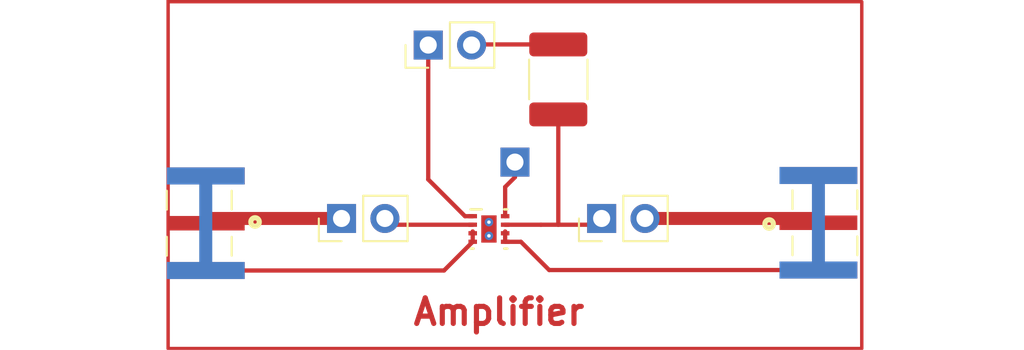
<source format=kicad_pcb>
(kicad_pcb (version 20221018) (generator pcbnew)
  (layers (0 "F.Cu" signal) (31 "B.Cu" signal) (34 "B.Paste" user) (35 "F.Paste" user) (36 "B.SilkS" user "B.Silkscreen") (37 "F.SilkS" user "F.Silkscreen") (38 "B.Mask" user) (39 "F.Mask" user) (44 "Edge.Cuts" user))
  (net 0 "")
  (footprint "SMA connectors:TAOGLAS_EMPCB.SMAFSTJ.B.HT" (layer "F.Cu") (at 42.845001 48.538 -90)
    (fp_text reference "REF**" hide)
    (fp_text value "TAOGLAS_EMPCB.SMAFSTJ.B.HT" hide)
    (fp_line (start -1.9 -1.52) (end -0.8 -1.52) (stroke (width 0.127)) (layer "F.SilkS"))
    (fp_line (start -1.9 2.28) (end -0.8 2.28) (stroke (width 0.127)) (layer "F.SilkS"))
    (fp_line (start 0.8 -1.52) (end 1.9 -1.52) (stroke (width 0.127)) (layer "F.SilkS"))
    (fp_line (start 0.8 2.28) (end 1.9 2.28) (stroke (width 0.127)) (layer "F.SilkS"))
    (fp_circle (center -0.073 -2.888) (end 0.027 -2.888) (stroke (width 0.3)) (fill none) (layer "F.SilkS"))
    (pad "1" smd rect (at 0 0 270) (size 0.85 4.56) (layers "F.Cu" "F.Paste" "F.Mask"))
    (pad "SH1" smd rect (at -2.77 0 270) (size 1 4.56) (layers "F.Cu" "F.Paste" "F.Mask"))
    (pad "SH2" smd rect (at 2.77 0 270) (size 1 4.56) (layers "F.Cu" "F.Paste" "F.Mask"))
    (pad "SH3" smd rect (at -2.77 0 270) (size 1 4.56) (layers "B.Cu" "B.Paste" "B.Mask"))
    (pad "SH4" smd rect (at 2.77 0 270) (size 1 4.56) (layers "B.Cu" "B.Paste" "B.Mask"))
  )
  (footprint "" (layer "F.Cu") (at 60.96 44.958)
    (fp_text reference "" (at 0 0) (layer "F.SilkS") (effects (font (size 1.27 1.27))))
    (fp_text value "" (at 0 0) (layer "F.SilkS") (effects (font (size 1.27 1.27))))
    (pad "1" thru_hole rect (at 0 0 90) (size 1.7 1.7) (drill 1) (layers "*.Cu" "*.Mask"))
  )
  (footprint "Connector_PinHeader_2.54mm:PinHeader_1x02_P2.54mm_Vertical" (layer "F.Cu") (at 50.8 48.26 90)
    (fp_text reference "REF**" hide)
    (fp_text value "PinHeader_1x02_P2.54mm_Vertical" hide)
    (fp_line (start -1.33 -1.33) (end 0 -1.33) (stroke (width 0.12)) (layer "F.SilkS"))
    (fp_line (start -1.33 0) (end -1.33 -1.33) (stroke (width 0.12)) (layer "F.SilkS"))
    (fp_line (start -1.33 1.27) (end -1.33 3.87) (stroke (width 0.12)) (layer "F.SilkS"))
    (fp_line (start -1.33 1.27) (end 1.33 1.27) (stroke (width 0.12)) (layer "F.SilkS"))
    (fp_line (start -1.33 3.87) (end 1.33 3.87) (stroke (width 0.12)) (layer "F.SilkS"))
    (fp_line (start 1.33 1.27) (end 1.33 3.87) (stroke (width 0.12)) (layer "F.SilkS"))
    (pad "1" thru_hole rect (at 0 0 90) (size 1.7 1.7) (drill 1) (layers "*.Cu" "*.Mask"))
    (pad "2" thru_hole oval (at 0 2.54 90) (size 1.7 1.7) (drill 1) (layers "*.Cu" "*.Mask"))
  )
  (footprint "Capacitor_SMD:C_1812_4532Metric" (layer "F.Cu") (at 63.5 40.114 90)
    (fp_text reference "REF**" hide)
    (fp_text value "C_1812_4532Metric" hide)
    (fp_line (start -1.161252 -1.71) (end 1.161252 -1.71) (stroke (width 0.12)) (layer "F.SilkS"))
    (fp_line (start -1.161252 1.71) (end 1.161252 1.71) (stroke (width 0.12)) (layer "F.SilkS"))
    (pad "1" smd roundrect (at -2.05 0 90) (size 1.4 3.4) (layers "F.Cu" "F.Paste" "F.Mask") (roundrect_rratio 0.1785707143))
    (pad "2" smd roundrect (at 2.05 0 90) (size 1.4 3.4) (layers "F.Cu" "F.Paste" "F.Mask") (roundrect_rratio 0.1785707143))
  )
  (footprint "Connector_PinHeader_2.54mm:PinHeader_1x02_P2.54mm_Vertical" (layer "F.Cu") (at 55.88 38.1 90)
    (fp_text reference "REF**" hide)
    (fp_text value "PinHeader_1x02_P2.54mm_Vertical" hide)
    (fp_line (start -1.33 -1.33) (end 0 -1.33) (stroke (width 0.12)) (layer "F.SilkS"))
    (fp_line (start -1.33 0) (end -1.33 -1.33) (stroke (width 0.12)) (layer "F.SilkS"))
    (fp_line (start -1.33 1.27) (end -1.33 3.87) (stroke (width 0.12)) (layer "F.SilkS"))
    (fp_line (start -1.33 1.27) (end 1.33 1.27) (stroke (width 0.12)) (layer "F.SilkS"))
    (fp_line (start -1.33 3.87) (end 1.33 3.87) (stroke (width 0.12)) (layer "F.SilkS"))
    (fp_line (start 1.33 1.27) (end 1.33 3.87) (stroke (width 0.12)) (layer "F.SilkS"))
    (pad "1" thru_hole rect (at 0 0 90) (size 1.7 1.7) (drill 1) (layers "*.Cu" "*.Mask"))
    (pad "2" thru_hole oval (at 0 2.54 90) (size 1.7 1.7) (drill 1) (layers "*.Cu" "*.Mask"))
  )
  (footprint "SMA connectors:TAOGLAS_EMPCB.SMAFSTJ.B.HT" (layer "F.Cu") (at 78.74 48.51125 90)
    (fp_text reference "REF**" hide)
    (fp_text value "TAOGLAS_EMPCB.SMAFSTJ.B.HT" hide)
    (fp_line (start -1.9 -1.52) (end -0.8 -1.52) (stroke (width 0.127)) (layer "F.SilkS"))
    (fp_line (start -1.9 2.28) (end -0.8 2.28) (stroke (width 0.127)) (layer "F.SilkS"))
    (fp_line (start 0.8 -1.52) (end 1.9 -1.52) (stroke (width 0.127)) (layer "F.SilkS"))
    (fp_line (start 0.8 2.28) (end 1.9 2.28) (stroke (width 0.127)) (layer "F.SilkS"))
    (fp_circle (center -0.073 -2.888) (end 0.027 -2.888) (stroke (width 0.3)) (fill none) (layer "F.SilkS"))
    (pad "1" smd rect (at 0 0 90) (size 0.85 4.56) (layers "F.Cu" "F.Paste" "F.Mask"))
    (pad "SH1" smd rect (at -2.77 0 90) (size 1 4.56) (layers "F.Cu" "F.Paste" "F.Mask"))
    (pad "SH2" smd rect (at 2.77 0 90) (size 1 4.56) (layers "F.Cu" "F.Paste" "F.Mask"))
    (pad "SH3" smd rect (at -2.77 0 90) (size 1 4.56) (layers "B.Cu" "B.Paste" "B.Mask"))
    (pad "SH4" smd rect (at 2.77 0 90) (size 1 4.56) (layers "B.Cu" "B.Paste" "B.Mask"))
  )
  (footprint "Amplifier:TRF37A73IDSGR" (layer "F.Cu") (at 59.436 48.876001)
    (fp_text reference "REF**" hide)
    (fp_text value "DSG0008A" hide)
    (fp_line (start -1.074999 -1.15) (end -0.425 -1.15) (stroke (width 0.1524)) (layer "F.SilkS"))
    (fp_line (start -1.074999 1.15) (end -0.900001 1.15) (stroke (width 0.1524)) (layer "F.SilkS"))
    (fp_line (start 0.900001 -1.15) (end 1.074999 -1.15) (stroke (width 0.1524)) (layer "F.SilkS"))
    (fp_line (start 0.900001 1.15) (end 1.074999 1.15) (stroke (width 0.1524)) (layer "F.SilkS"))
    (pad "1" smd rect (at -0.950001 -0.750001 90) (size 0.249999 0.499999) (layers "F.Cu" "F.Paste" "F.Mask"))
    (pad "2" smd rect (at -0.950001 -0.250002 90) (size 0.249999 0.499999) (layers "F.Cu" "F.Paste" "F.Mask"))
    (pad "3" smd rect (at -0.950001 0.25 90) (size 0.249999 0.499999) (layers "F.Cu" "F.Paste" "F.Mask"))
    (pad "4" smd rect (at -0.950001 0.749998 90) (size 0.249999 0.499999) (layers "F.Cu" "F.Paste" "F.Mask"))
    (pad "5" smd rect (at 0.950001 0.749998 90) (size 0.249999 0.499999) (layers "F.Cu" "F.Paste" "F.Mask"))
    (pad "6" smd rect (at 0.950001 0.25 90) (size 0.249999 0.499999) (layers "F.Cu" "F.Paste" "F.Mask"))
    (pad "7" smd rect (at 0.950001 -0.250002 90) (size 0.249999 0.499999) (layers "F.Cu" "F.Paste" "F.Mask"))
    (pad "8" smd rect (at 0.950001 -0.750001 90) (size 0.249999 0.499999) (layers "F.Cu" "F.Paste" "F.Mask"))
    (pad "9" smd rect (at 0 -0.000003) (size 0.900001 1.599999) (layers "F.Cu" "F.Paste" "F.Mask"))
    (pad "V" thru_hole circle (at 0 -0.399999) (size 0.499999 0.499999) (drill 0.2032) (layers "*.Cu" "*.Mask"))
    (pad "V" thru_hole circle (at 0 0.399999) (size 0.499999 0.499999) (drill 0.2032) (layers "*.Cu" "*.Mask"))
  )
  (footprint "Connector_PinHeader_2.54mm:PinHeader_1x02_P2.54mm_Vertical" (layer "F.Cu") (at 66.04 48.26 90)
    (fp_text reference "REF**" hide)
    (fp_text value "PinHeader_1x02_P2.54mm_Vertical" hide)
    (fp_line (start -1.33 -1.33) (end 0 -1.33) (stroke (width 0.12)) (layer "F.SilkS"))
    (fp_line (start -1.33 0) (end -1.33 -1.33) (stroke (width 0.12)) (layer "F.SilkS"))
    (fp_line (start -1.33 1.27) (end -1.33 3.87) (stroke (width 0.12)) (layer "F.SilkS"))
    (fp_line (start -1.33 1.27) (end 1.33 1.27) (stroke (width 0.12)) (layer "F.SilkS"))
    (fp_line (start -1.33 3.87) (end 1.33 3.87) (stroke (width 0.12)) (layer "F.SilkS"))
    (fp_line (start 1.33 1.27) (end 1.33 3.87) (stroke (width 0.12)) (layer "F.SilkS"))
    (pad "1" thru_hole rect (at 0 0 90) (size 1.7 1.7) (drill 1) (layers "*.Cu" "*.Mask"))
    (pad "2" thru_hole oval (at 0 2.54 90) (size 1.7 1.7) (drill 1) (layers "*.Cu" "*.Mask"))
  )
  (gr_rect (start 40.64 35.56) (end 81.28 55.88) (stroke (width 0.2)) (fill none) (layer "F.Cu"))
  (gr_text "Amplifier" (at 54.864 54.61) (layer "F.Cu") (effects (font (size 1.5 1.5) (thickness 0.3) bold) (justify left bottom)))
  (segment (start 63.5 48.625999) (end 65.674001 48.625999) (width 0.25) (layer "F.Cu") (net 0))
  (segment (start 53.705999 48.625999) (end 53.34 48.26) (width 0.25) (layer "F.Cu") (net 0))
  (segment (start 43.123001 48.26) (end 42.845001 48.538) (width 0.762) (layer "F.Cu") (net 0))
  (segment (start 50.8 48.26) (end 43.123001 48.26) (width 0.762) (layer "F.Cu") (net 0))
  (segment (start 60.386001 49.625999) (end 61.309999 49.625999) (width 0.25) (layer "F.Cu") (net 0))
  (segment (start 60.386001 48.625999) (end 62.484 48.625999) (width 0.25) (layer "F.Cu") (net 0))
  (segment (start 60.386001 46.416001) (end 60.96 45.842002) (width 0.25) (layer "F.Cu") (net 0))
  (segment (start 65.674001 48.625999) (end 66.04 48.26) (width 0.25) (layer "F.Cu") (net 0))
  (segment (start 62.96525 51.28125) (end 78.74 51.28125) (width 0.25) (layer "F.Cu") (net 0))
  (segment (start 78.625251 48.625999) (end 78.74 48.51125) (width 0.25) (layer "F.Cu") (net 0))
  (segment (start 56.803998 51.308) (end 42.845001 51.308) (width 0.25) (layer "F.Cu") (net 0))
  (segment (start 68.58 48.26) (end 78.48875 48.26) (width 0.762) (layer "F.Cu") (net 0))
  (segment (start 60.386001 48.126) (end 60.386001 46.416001) (width 0.25) (layer "F.Cu") (net 0))
  (segment (start 56.803998 51.308) (end 58.485999 49.625999) (width 0.25) (layer "F.Cu") (net 0))
  (segment (start 60.96 45.842002) (end 60.96 44.958) (width 0.25) (layer "F.Cu") (net 0))
  (segment (start 60.386001 49.517998) (end 60.386001 49.018) (width 0.25) (layer "F.Cu") (net 0))
  (segment (start 58.485999 48.126) (end 58.032 48.126) (width 0.25) (layer "F.Cu") (net 0))
  (segment (start 62.484 48.625999) (end 63.5 48.625999) (width 0.25) (layer "F.Cu") (net 0))
  (segment (start 61.309999 49.625999) (end 62.96525 51.28125) (width 0.25) (layer "F.Cu") (net 0))
  (segment (start 58.485999 49.018) (end 58.485999 49.517998) (width 0.25) (layer "F.Cu") (net 0))
  (segment (start 63.5 38.064) (end 58.456 38.064) (width 0.25) (layer "F.Cu") (net 0))
  (segment (start 55.88 45.974) (end 55.88 38.1) (width 0.25) (layer "F.Cu") (net 0))
  (segment (start 42.933 48.625999) (end 42.845001 48.538) (width 0.25) (layer "F.Cu") (net 0))
  (segment (start 63.5 48.625999) (end 63.5 42.164) (width 0.25) (layer "F.Cu") (net 0))
  (segment (start 58.456 38.064) (end 58.42 38.1) (width 0.25) (layer "F.Cu") (net 0))
  (segment (start 58.032 48.126) (end 55.88 45.974) (width 0.25) (layer "F.Cu") (net 0))
  (segment (start 58.485999 48.625999) (end 53.705999 48.625999) (width 0.25) (layer "F.Cu") (net 0))
  (segment (start 78.48875 48.26) (end 78.74 48.51125) (width 0.762) (layer "F.Cu") (net 0))
  (segment (start 78.74 45.74125) (end 78.74 51.28125) (width 0.762) (layer "B.Cu") (net 0))
  (segment (start 42.845001 45.768) (end 42.845001 51.308) (width 0.762) (layer "B.Cu") (net 0))
)
</source>
